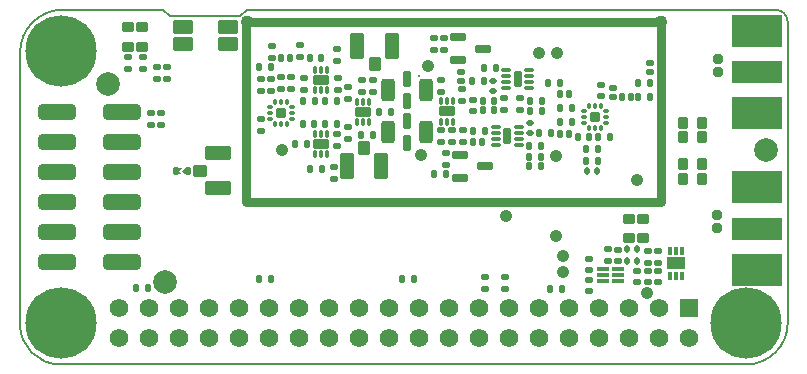
<source format=gts>
G04*
G04 #@! TF.GenerationSoftware,Altium Limited,CircuitStudio,1.5.2 (30)*
G04*
G04 Layer_Color=3394611*
%FSLAX25Y25*%
%MOIN*%
G70*
G01*
G75*
%ADD53C,0.00500*%
%ADD102C,0.03000*%
G04:AMPARAMS|DCode=103|XSize=26.38mil|YSize=22.44mil|CornerRadius=6.3mil|HoleSize=0mil|Usage=FLASHONLY|Rotation=180.000|XOffset=0mil|YOffset=0mil|HoleType=Round|Shape=RoundedRectangle|*
%AMROUNDEDRECTD103*
21,1,0.02638,0.00984,0,0,180.0*
21,1,0.01378,0.02244,0,0,180.0*
1,1,0.01260,-0.00689,0.00492*
1,1,0.01260,0.00689,0.00492*
1,1,0.01260,0.00689,-0.00492*
1,1,0.01260,-0.00689,-0.00492*
%
%ADD103ROUNDEDRECTD103*%
G04:AMPARAMS|DCode=104|XSize=26.38mil|YSize=22.44mil|CornerRadius=6.3mil|HoleSize=0mil|Usage=FLASHONLY|Rotation=270.000|XOffset=0mil|YOffset=0mil|HoleType=Round|Shape=RoundedRectangle|*
%AMROUNDEDRECTD104*
21,1,0.02638,0.00984,0,0,270.0*
21,1,0.01378,0.02244,0,0,270.0*
1,1,0.01260,-0.00492,-0.00689*
1,1,0.01260,-0.00492,0.00689*
1,1,0.01260,0.00492,0.00689*
1,1,0.01260,0.00492,-0.00689*
%
%ADD104ROUNDEDRECTD104*%
G04:AMPARAMS|DCode=105|XSize=52.02mil|YSize=27.02mil|CornerRadius=5.1mil|HoleSize=0mil|Usage=FLASHONLY|Rotation=90.000|XOffset=0mil|YOffset=0mil|HoleType=Round|Shape=RoundedRectangle|*
%AMROUNDEDRECTD105*
21,1,0.05202,0.01681,0,0,90.0*
21,1,0.04181,0.02702,0,0,90.0*
1,1,0.01021,0.00841,0.02091*
1,1,0.01021,0.00841,-0.02091*
1,1,0.01021,-0.00841,-0.02091*
1,1,0.01021,-0.00841,0.02091*
%
%ADD105ROUNDEDRECTD105*%
G04:AMPARAMS|DCode=106|XSize=73.87mil|YSize=43.95mil|CornerRadius=7.64mil|HoleSize=0mil|Usage=FLASHONLY|Rotation=90.000|XOffset=0mil|YOffset=0mil|HoleType=Round|Shape=RoundedRectangle|*
%AMROUNDEDRECTD106*
21,1,0.07387,0.02866,0,0,90.0*
21,1,0.05858,0.04395,0,0,90.0*
1,1,0.01528,0.01433,0.02929*
1,1,0.01528,0.01433,-0.02929*
1,1,0.01528,-0.01433,-0.02929*
1,1,0.01528,-0.01433,0.02929*
%
%ADD106ROUNDEDRECTD106*%
%ADD107C,0.04137*%
G04:AMPARAMS|DCode=108|XSize=67.96mil|YSize=44.34mil|CornerRadius=5.63mil|HoleSize=0mil|Usage=FLASHONLY|Rotation=180.000|XOffset=0mil|YOffset=0mil|HoleType=Round|Shape=RoundedRectangle|*
%AMROUNDEDRECTD108*
21,1,0.06796,0.03307,0,0,180.0*
21,1,0.05669,0.04434,0,0,180.0*
1,1,0.01127,-0.02835,0.01654*
1,1,0.01127,0.02835,0.01654*
1,1,0.01127,0.02835,-0.01654*
1,1,0.01127,-0.02835,-0.01654*
%
%ADD108ROUNDEDRECTD108*%
G04:AMPARAMS|DCode=109|XSize=34.89mil|YSize=39.61mil|CornerRadius=6.28mil|HoleSize=0mil|Usage=FLASHONLY|Rotation=270.000|XOffset=0mil|YOffset=0mil|HoleType=Round|Shape=RoundedRectangle|*
%AMROUNDEDRECTD109*
21,1,0.03489,0.02705,0,0,270.0*
21,1,0.02232,0.03961,0,0,270.0*
1,1,0.01257,-0.01352,-0.01116*
1,1,0.01257,-0.01352,0.01116*
1,1,0.01257,0.01352,0.01116*
1,1,0.01257,0.01352,-0.01116*
%
%ADD109ROUNDEDRECTD109*%
G04:AMPARAMS|DCode=110|XSize=34.89mil|YSize=39.61mil|CornerRadius=6.28mil|HoleSize=0mil|Usage=FLASHONLY|Rotation=180.000|XOffset=0mil|YOffset=0mil|HoleType=Round|Shape=RoundedRectangle|*
%AMROUNDEDRECTD110*
21,1,0.03489,0.02705,0,0,180.0*
21,1,0.02232,0.03961,0,0,180.0*
1,1,0.01257,-0.01116,0.01352*
1,1,0.01257,0.01116,0.01352*
1,1,0.01257,0.01116,-0.01352*
1,1,0.01257,-0.01116,-0.01352*
%
%ADD110ROUNDEDRECTD110*%
G04:AMPARAMS|DCode=111|XSize=30.56mil|YSize=30.56mil|CornerRadius=4.26mil|HoleSize=0mil|Usage=FLASHONLY|Rotation=270.000|XOffset=0mil|YOffset=0mil|HoleType=Round|Shape=RoundedRectangle|*
%AMROUNDEDRECTD111*
21,1,0.03056,0.02205,0,0,270.0*
21,1,0.02205,0.03056,0,0,270.0*
1,1,0.00851,-0.01102,-0.01102*
1,1,0.00851,-0.01102,0.01102*
1,1,0.00851,0.01102,0.01102*
1,1,0.00851,0.01102,-0.01102*
%
%ADD111ROUNDEDRECTD111*%
G04:AMPARAMS|DCode=112|XSize=16.93mil|YSize=25.76mil|CornerRadius=2.09mil|HoleSize=0mil|Usage=FLASHONLY|Rotation=180.000|XOffset=0mil|YOffset=0mil|HoleType=Round|Shape=RoundedRectangle|*
%AMROUNDEDRECTD112*
21,1,0.01693,0.02158,0,0,180.0*
21,1,0.01276,0.02576,0,0,180.0*
1,1,0.00417,-0.00638,0.01079*
1,1,0.00417,0.00638,0.01079*
1,1,0.00417,0.00638,-0.01079*
1,1,0.00417,-0.00638,-0.01079*
%
%ADD112ROUNDEDRECTD112*%
G04:AMPARAMS|DCode=113|XSize=16.93mil|YSize=25.76mil|CornerRadius=2.09mil|HoleSize=0mil|Usage=FLASHONLY|Rotation=90.000|XOffset=0mil|YOffset=0mil|HoleType=Round|Shape=RoundedRectangle|*
%AMROUNDEDRECTD113*
21,1,0.01693,0.02158,0,0,90.0*
21,1,0.01276,0.02576,0,0,90.0*
1,1,0.00417,0.01079,0.00638*
1,1,0.00417,0.01079,-0.00638*
1,1,0.00417,-0.01079,-0.00638*
1,1,0.00417,-0.01079,0.00638*
%
%ADD113ROUNDEDRECTD113*%
G04:AMPARAMS|DCode=114|XSize=26.38mil|YSize=20.47mil|CornerRadius=5.81mil|HoleSize=0mil|Usage=FLASHONLY|Rotation=90.000|XOffset=0mil|YOffset=0mil|HoleType=Round|Shape=RoundedRectangle|*
%AMROUNDEDRECTD114*
21,1,0.02638,0.00886,0,0,90.0*
21,1,0.01476,0.02047,0,0,90.0*
1,1,0.01161,0.00443,0.00738*
1,1,0.01161,0.00443,-0.00738*
1,1,0.01161,-0.00443,-0.00738*
1,1,0.01161,-0.00443,0.00738*
%
%ADD114ROUNDEDRECTD114*%
G04:AMPARAMS|DCode=115|XSize=26.38mil|YSize=20.47mil|CornerRadius=5.81mil|HoleSize=0mil|Usage=FLASHONLY|Rotation=0.000|XOffset=0mil|YOffset=0mil|HoleType=Round|Shape=RoundedRectangle|*
%AMROUNDEDRECTD115*
21,1,0.02638,0.00886,0,0,0.0*
21,1,0.01476,0.02047,0,0,0.0*
1,1,0.01161,0.00738,-0.00443*
1,1,0.01161,-0.00738,-0.00443*
1,1,0.01161,-0.00738,0.00443*
1,1,0.01161,0.00738,0.00443*
%
%ADD115ROUNDEDRECTD115*%
G04:AMPARAMS|DCode=116|XSize=50.24mil|YSize=26.61mil|CornerRadius=5.04mil|HoleSize=0mil|Usage=FLASHONLY|Rotation=90.000|XOffset=0mil|YOffset=0mil|HoleType=Round|Shape=RoundedRectangle|*
%AMROUNDEDRECTD116*
21,1,0.05024,0.01654,0,0,90.0*
21,1,0.04016,0.02661,0,0,90.0*
1,1,0.01008,0.00827,0.02008*
1,1,0.01008,0.00827,-0.02008*
1,1,0.01008,-0.00827,-0.02008*
1,1,0.01008,-0.00827,0.02008*
%
%ADD116ROUNDEDRECTD116*%
G04:AMPARAMS|DCode=117|XSize=12.84mil|YSize=32.52mil|CornerRadius=2.97mil|HoleSize=0mil|Usage=FLASHONLY|Rotation=90.000|XOffset=0mil|YOffset=0mil|HoleType=Round|Shape=RoundedRectangle|*
%AMROUNDEDRECTD117*
21,1,0.01284,0.02658,0,0,90.0*
21,1,0.00689,0.03252,0,0,90.0*
1,1,0.00595,0.01329,0.00345*
1,1,0.00595,0.01329,-0.00345*
1,1,0.00595,-0.01329,-0.00345*
1,1,0.00595,-0.01329,0.00345*
%
%ADD117ROUNDEDRECTD117*%
%ADD118C,0.07874*%
%ADD119R,0.16796X0.10792*%
%ADD120R,0.16796X0.07308*%
G04:AMPARAMS|DCode=121|XSize=51.43mil|YSize=26.62mil|CornerRadius=4.45mil|HoleSize=0mil|Usage=FLASHONLY|Rotation=0.000|XOffset=0mil|YOffset=0mil|HoleType=Round|Shape=RoundedRectangle|*
%AMROUNDEDRECTD121*
21,1,0.05143,0.01772,0,0,0.0*
21,1,0.04252,0.02662,0,0,0.0*
1,1,0.00891,0.02126,-0.00886*
1,1,0.00891,-0.02126,-0.00886*
1,1,0.00891,-0.02126,0.00886*
1,1,0.00891,0.02126,0.00886*
%
%ADD121ROUNDEDRECTD121*%
G04:AMPARAMS|DCode=122|XSize=24.41mil|YSize=20.47mil|CornerRadius=5.81mil|HoleSize=0mil|Usage=FLASHONLY|Rotation=90.000|XOffset=0mil|YOffset=0mil|HoleType=Round|Shape=RoundedRectangle|*
%AMROUNDEDRECTD122*
21,1,0.02441,0.00886,0,0,90.0*
21,1,0.01280,0.02047,0,0,90.0*
1,1,0.01161,0.00443,0.00640*
1,1,0.01161,0.00443,-0.00640*
1,1,0.01161,-0.00443,-0.00640*
1,1,0.01161,-0.00443,0.00640*
%
%ADD122ROUNDEDRECTD122*%
G04:AMPARAMS|DCode=123|XSize=24.41mil|YSize=20.47mil|CornerRadius=5.81mil|HoleSize=0mil|Usage=FLASHONLY|Rotation=180.000|XOffset=0mil|YOffset=0mil|HoleType=Round|Shape=RoundedRectangle|*
%AMROUNDEDRECTD123*
21,1,0.02441,0.00886,0,0,180.0*
21,1,0.01280,0.02047,0,0,180.0*
1,1,0.01161,-0.00640,0.00443*
1,1,0.01161,0.00640,0.00443*
1,1,0.01161,0.00640,-0.00443*
1,1,0.01161,-0.00640,-0.00443*
%
%ADD123ROUNDEDRECTD123*%
G04:AMPARAMS|DCode=124|XSize=127.2mil|YSize=52mil|CornerRadius=13.5mil|HoleSize=0mil|Usage=FLASHONLY|Rotation=180.000|XOffset=0mil|YOffset=0mil|HoleType=Round|Shape=RoundedRectangle|*
%AMROUNDEDRECTD124*
21,1,0.12720,0.02500,0,0,180.0*
21,1,0.10020,0.05200,0,0,180.0*
1,1,0.02700,-0.05010,0.01250*
1,1,0.02700,0.05010,0.01250*
1,1,0.02700,0.05010,-0.01250*
1,1,0.02700,-0.05010,-0.01250*
%
%ADD124ROUNDEDRECTD124*%
G04:AMPARAMS|DCode=125|XSize=24.65mil|YSize=12.84mil|CornerRadius=2.97mil|HoleSize=0mil|Usage=FLASHONLY|Rotation=90.000|XOffset=0mil|YOffset=0mil|HoleType=Round|Shape=RoundedRectangle|*
%AMROUNDEDRECTD125*
21,1,0.02465,0.00689,0,0,90.0*
21,1,0.01870,0.01284,0,0,90.0*
1,1,0.00595,0.00345,0.00935*
1,1,0.00595,0.00345,-0.00935*
1,1,0.00595,-0.00345,-0.00935*
1,1,0.00595,-0.00345,0.00935*
%
%ADD125ROUNDEDRECTD125*%
G04:AMPARAMS|DCode=126|XSize=54.17mil|YSize=34.49mil|CornerRadius=6.22mil|HoleSize=0mil|Usage=FLASHONLY|Rotation=180.000|XOffset=0mil|YOffset=0mil|HoleType=Round|Shape=RoundedRectangle|*
%AMROUNDEDRECTD126*
21,1,0.05417,0.02205,0,0,180.0*
21,1,0.04173,0.03449,0,0,180.0*
1,1,0.01244,-0.02087,0.01102*
1,1,0.01244,0.02087,0.01102*
1,1,0.01244,0.02087,-0.01102*
1,1,0.01244,-0.02087,-0.01102*
%
%ADD126ROUNDEDRECTD126*%
G04:AMPARAMS|DCode=127|XSize=42.37mil|YSize=44.34mil|CornerRadius=5.44mil|HoleSize=0mil|Usage=FLASHONLY|Rotation=270.000|XOffset=0mil|YOffset=0mil|HoleType=Round|Shape=RoundedRectangle|*
%AMROUNDEDRECTD127*
21,1,0.04237,0.03347,0,0,270.0*
21,1,0.03150,0.04434,0,0,270.0*
1,1,0.01087,-0.01673,-0.01575*
1,1,0.01087,-0.01673,0.01575*
1,1,0.01087,0.01673,0.01575*
1,1,0.01087,0.01673,-0.01575*
%
%ADD127ROUNDEDRECTD127*%
G04:AMPARAMS|DCode=128|XSize=44.34mil|YSize=89.61mil|CornerRadius=5.63mil|HoleSize=0mil|Usage=FLASHONLY|Rotation=270.000|XOffset=0mil|YOffset=0mil|HoleType=Round|Shape=RoundedRectangle|*
%AMROUNDEDRECTD128*
21,1,0.04434,0.07835,0,0,270.0*
21,1,0.03307,0.08961,0,0,270.0*
1,1,0.01127,-0.03917,-0.01654*
1,1,0.01127,-0.03917,0.01654*
1,1,0.01127,0.03917,0.01654*
1,1,0.01127,0.03917,-0.01654*
%
%ADD128ROUNDEDRECTD128*%
G04:AMPARAMS|DCode=129|XSize=42.37mil|YSize=44.34mil|CornerRadius=5.44mil|HoleSize=0mil|Usage=FLASHONLY|Rotation=180.000|XOffset=0mil|YOffset=0mil|HoleType=Round|Shape=RoundedRectangle|*
%AMROUNDEDRECTD129*
21,1,0.04237,0.03347,0,0,180.0*
21,1,0.03150,0.04434,0,0,180.0*
1,1,0.01087,-0.01575,0.01673*
1,1,0.01087,0.01575,0.01673*
1,1,0.01087,0.01575,-0.01673*
1,1,0.01087,-0.01575,-0.01673*
%
%ADD129ROUNDEDRECTD129*%
G04:AMPARAMS|DCode=130|XSize=44.34mil|YSize=89.61mil|CornerRadius=5.63mil|HoleSize=0mil|Usage=FLASHONLY|Rotation=180.000|XOffset=0mil|YOffset=0mil|HoleType=Round|Shape=RoundedRectangle|*
%AMROUNDEDRECTD130*
21,1,0.04434,0.07835,0,0,180.0*
21,1,0.03307,0.08961,0,0,180.0*
1,1,0.01127,-0.01654,0.03917*
1,1,0.01127,0.01654,0.03917*
1,1,0.01127,0.01654,-0.03917*
1,1,0.01127,-0.01654,-0.03917*
%
%ADD130ROUNDEDRECTD130*%
G04:AMPARAMS|DCode=131|XSize=20.87mil|YSize=10.63mil|CornerRadius=4.53mil|HoleSize=0mil|Usage=FLASHONLY|Rotation=180.000|XOffset=0mil|YOffset=0mil|HoleType=Round|Shape=RoundedRectangle|*
%AMROUNDEDRECTD131*
21,1,0.02087,0.00158,0,0,180.0*
21,1,0.01181,0.01063,0,0,180.0*
1,1,0.00906,-0.00591,0.00079*
1,1,0.00906,0.00591,0.00079*
1,1,0.00906,0.00591,-0.00079*
1,1,0.00906,-0.00591,-0.00079*
%
%ADD131ROUNDEDRECTD131*%
G04:AMPARAMS|DCode=132|XSize=20.87mil|YSize=10.63mil|CornerRadius=4.53mil|HoleSize=0mil|Usage=FLASHONLY|Rotation=270.000|XOffset=0mil|YOffset=0mil|HoleType=Round|Shape=RoundedRectangle|*
%AMROUNDEDRECTD132*
21,1,0.02087,0.00158,0,0,270.0*
21,1,0.01181,0.01063,0,0,270.0*
1,1,0.00906,-0.00079,-0.00591*
1,1,0.00906,-0.00079,0.00591*
1,1,0.00906,0.00079,0.00591*
1,1,0.00906,0.00079,-0.00591*
%
%ADD132ROUNDEDRECTD132*%
G04:AMPARAMS|DCode=133|XSize=34.25mil|YSize=34.25mil|CornerRadius=4.53mil|HoleSize=0mil|Usage=FLASHONLY|Rotation=270.000|XOffset=0mil|YOffset=0mil|HoleType=Round|Shape=RoundedRectangle|*
%AMROUNDEDRECTD133*
21,1,0.03425,0.02520,0,0,270.0*
21,1,0.02520,0.03425,0,0,270.0*
1,1,0.00906,-0.01260,-0.01260*
1,1,0.00906,-0.01260,0.01260*
1,1,0.00906,0.01260,0.01260*
1,1,0.00906,0.01260,-0.01260*
%
%ADD133ROUNDEDRECTD133*%
G04:AMPARAMS|DCode=134|XSize=27.59mil|YSize=13.81mil|CornerRadius=3.95mil|HoleSize=0mil|Usage=FLASHONLY|Rotation=270.000|XOffset=0mil|YOffset=0mil|HoleType=Round|Shape=RoundedRectangle|*
%AMROUNDEDRECTD134*
21,1,0.02759,0.00591,0,0,270.0*
21,1,0.01969,0.01381,0,0,270.0*
1,1,0.00791,-0.00295,-0.00984*
1,1,0.00791,-0.00295,0.00984*
1,1,0.00791,0.00295,0.00984*
1,1,0.00791,0.00295,-0.00984*
%
%ADD134ROUNDEDRECTD134*%
G04:AMPARAMS|DCode=135|XSize=63.02mil|YSize=42.16mil|CornerRadius=5.02mil|HoleSize=0mil|Usage=FLASHONLY|Rotation=0.000|XOffset=0mil|YOffset=0mil|HoleType=Round|Shape=RoundedRectangle|*
%AMROUNDEDRECTD135*
21,1,0.06302,0.03213,0,0,0.0*
21,1,0.05299,0.04216,0,0,0.0*
1,1,0.01003,0.02649,-0.01606*
1,1,0.01003,-0.02649,-0.01606*
1,1,0.01003,-0.02649,0.01606*
1,1,0.01003,0.02649,0.01606*
%
%ADD135ROUNDEDRECTD135*%
G04:AMPARAMS|DCode=136|XSize=40.01mil|YSize=13.63mil|CornerRadius=2.83mil|HoleSize=0mil|Usage=FLASHONLY|Rotation=180.000|XOffset=0mil|YOffset=0mil|HoleType=Round|Shape=RoundedRectangle|*
%AMROUNDEDRECTD136*
21,1,0.04001,0.00797,0,0,180.0*
21,1,0.03435,0.01363,0,0,180.0*
1,1,0.00566,-0.01718,0.00399*
1,1,0.00566,0.01718,0.00399*
1,1,0.00566,0.01718,-0.00399*
1,1,0.00566,-0.01718,-0.00399*
%
%ADD136ROUNDEDRECTD136*%
%ADD137C,0.23748*%
%ADD138R,0.06206X0.06206*%
%ADD139C,0.06206*%
%ADD140C,0.02662*%
%ADD141C,0.01300*%
%ADD142C,0.04300*%
G36*
X1088476Y764981D02*
X1087576Y764081D01*
Y763781D01*
X1088476Y762881D01*
Y762781D01*
X1086776D01*
Y765081D01*
X1088476D01*
Y764981D01*
D02*
G37*
G36*
X1090376Y762781D02*
X1089576D01*
X1088576Y763781D01*
Y764081D01*
X1089576Y765081D01*
X1090376D01*
Y762781D01*
D02*
G37*
D53*
X1290528Y813564D02*
G03*
X1286362Y817730I-4166J0D01*
G01*
X1048995D02*
G03*
X1034623Y803358I0J-14372D01*
G01*
X1034623Y712769D02*
G03*
X1047891Y699502I13268J0D01*
G01*
X1276749Y699502D02*
G03*
X1290528Y713281I0J13780D01*
G01*
X1107961Y815466D02*
X1110224Y817730D01*
X1048995D02*
X1082327D01*
X1084591Y815466D01*
X1290528Y767631D02*
Y813564D01*
X1110224Y817730D02*
X1286362D01*
X1290528Y713281D02*
Y718006D01*
X1034623Y796470D02*
Y803358D01*
X1084591Y815466D02*
X1107961D01*
X1290528Y718006D02*
Y767631D01*
X1034623Y712769D02*
X1034623Y796470D01*
X1047891Y699502D02*
X1276749Y699502D01*
D102*
X1109876Y753681D02*
Y813561D01*
Y753681D02*
X1248276D01*
Y813561D01*
X1109876D02*
X1248276D01*
D103*
X1178576Y773513D02*
D03*
Y777450D02*
D03*
X1148576Y794150D02*
D03*
Y790213D02*
D03*
X1185576Y783813D02*
D03*
Y787750D02*
D03*
X1118606Y805650D02*
D03*
Y801713D02*
D03*
X1127856Y805830D02*
D03*
Y801893D02*
D03*
X1140566Y790923D02*
D03*
Y794860D02*
D03*
X1195922Y788202D02*
D03*
Y784265D02*
D03*
X1201172Y788271D02*
D03*
Y784334D02*
D03*
X1228176Y792750D02*
D03*
Y788813D02*
D03*
X1182376Y773513D02*
D03*
Y777450D02*
D03*
X1182076Y787213D02*
D03*
Y791150D02*
D03*
X1143876Y788013D02*
D03*
Y791950D02*
D03*
Y778650D02*
D03*
Y774713D02*
D03*
X1139296Y761343D02*
D03*
Y765280D02*
D03*
X1129376Y791113D02*
D03*
Y795050D02*
D03*
X1140276Y804650D02*
D03*
Y800713D02*
D03*
X1083476Y794613D02*
D03*
Y798550D02*
D03*
X1224376Y723813D02*
D03*
Y727750D02*
D03*
X1233876Y737750D02*
D03*
Y733813D02*
D03*
X1240401Y730724D02*
D03*
Y726787D02*
D03*
X1224276Y734750D02*
D03*
Y730813D02*
D03*
X1140376Y776150D02*
D03*
Y772213D02*
D03*
X1114976Y794550D02*
D03*
Y790613D02*
D03*
X1124876Y791413D02*
D03*
Y795350D02*
D03*
X1121676Y791413D02*
D03*
Y795350D02*
D03*
X1115000Y781248D02*
D03*
Y777311D02*
D03*
X1078176Y783250D02*
D03*
Y779313D02*
D03*
X1247201Y726787D02*
D03*
Y730724D02*
D03*
X1243801Y733387D02*
D03*
Y737324D02*
D03*
Y726787D02*
D03*
Y730724D02*
D03*
X1247201Y737324D02*
D03*
Y733387D02*
D03*
X1118376Y794550D02*
D03*
Y790613D02*
D03*
X1081576Y783250D02*
D03*
Y779313D02*
D03*
X1174876Y773513D02*
D03*
Y777450D02*
D03*
Y794150D02*
D03*
Y790213D02*
D03*
X1152176Y794150D02*
D03*
Y790213D02*
D03*
D104*
X1152244Y775781D02*
D03*
X1148307D02*
D03*
X1135292Y764580D02*
D03*
X1131355D02*
D03*
X1118154Y798691D02*
D03*
X1114217D02*
D03*
X1135079Y801721D02*
D03*
X1131142D02*
D03*
X1188807Y784181D02*
D03*
X1192744D02*
D03*
X1189229Y798439D02*
D03*
X1193166D02*
D03*
X1240707Y793181D02*
D03*
X1244644D02*
D03*
X1218644Y784981D02*
D03*
X1214707D02*
D03*
X1214508Y793354D02*
D03*
X1210571D02*
D03*
X1214707Y780181D02*
D03*
X1218644D02*
D03*
X1204583Y783872D02*
D03*
X1208521D02*
D03*
X1189544Y777181D02*
D03*
X1185607D02*
D03*
X1208344Y772281D02*
D03*
X1204407D02*
D03*
X1185307Y793781D02*
D03*
X1189244D02*
D03*
X1208544Y787181D02*
D03*
X1204607D02*
D03*
X1188807Y787381D02*
D03*
X1192744D02*
D03*
X1207717Y776524D02*
D03*
X1211654D02*
D03*
X1128907Y787281D02*
D03*
X1132844D02*
D03*
X1126237Y772848D02*
D03*
X1130174D02*
D03*
X1223207Y767281D02*
D03*
X1227144D02*
D03*
X1224444Y775181D02*
D03*
X1220507D02*
D03*
X1227205D02*
D03*
X1231142D02*
D03*
X1240707Y788681D02*
D03*
X1244644D02*
D03*
X1140144Y779681D02*
D03*
X1136207D02*
D03*
X1140244Y787281D02*
D03*
X1136307D02*
D03*
X1128807Y779681D02*
D03*
X1132744D02*
D03*
X1165844Y727781D02*
D03*
X1161907D02*
D03*
X1223207Y771281D02*
D03*
X1227144D02*
D03*
X1158344Y783581D02*
D03*
X1154407D02*
D03*
D105*
X1163576Y787329D02*
D03*
Y794633D02*
D03*
Y773329D02*
D03*
Y780633D02*
D03*
D106*
X1169973Y790981D02*
D03*
X1157178D02*
D03*
X1169973Y776981D02*
D03*
X1157178D02*
D03*
D107*
X1215676Y730181D02*
D03*
X1170476Y798881D02*
D03*
X1213676Y803381D02*
D03*
X1207676D02*
D03*
X1168176Y769281D02*
D03*
X1121976Y770781D02*
D03*
X1213376Y769081D02*
D03*
X1240276Y761081D02*
D03*
X1196476Y748781D02*
D03*
X1215676Y735581D02*
D03*
X1243776Y723181D02*
D03*
X1213377Y742264D02*
D03*
D108*
X1103954Y806327D02*
D03*
Y812035D02*
D03*
X1088797Y806327D02*
D03*
Y812035D02*
D03*
D109*
X1242376Y748070D02*
D03*
Y741692D02*
D03*
X1237476Y748070D02*
D03*
Y741692D02*
D03*
X1070636Y811800D02*
D03*
Y805422D02*
D03*
X1075456Y811820D02*
D03*
Y805442D02*
D03*
D110*
X1262065Y766181D02*
D03*
X1255687D02*
D03*
X1262065Y761381D02*
D03*
X1255687D02*
D03*
X1262065Y775181D02*
D03*
X1255687D02*
D03*
X1262065Y779881D02*
D03*
X1255687D02*
D03*
D111*
X1266887Y749127D02*
D03*
Y744797D02*
D03*
X1267433Y801128D02*
D03*
Y796797D02*
D03*
D112*
X1121716Y801681D02*
D03*
X1124716D02*
D03*
X1217583Y789713D02*
D03*
X1214583D02*
D03*
X1188776Y773581D02*
D03*
X1185776D02*
D03*
X1217576Y776181D02*
D03*
X1214576D02*
D03*
X1235276Y788681D02*
D03*
X1238276D02*
D03*
D113*
X1232276Y791681D02*
D03*
Y788681D02*
D03*
X1244576Y799781D02*
D03*
Y796781D02*
D03*
X1181776D02*
D03*
Y793781D02*
D03*
D114*
X1176676Y762981D02*
D03*
X1172676D02*
D03*
X1215276Y724481D02*
D03*
X1211276D02*
D03*
X1208276Y765581D02*
D03*
X1204276D02*
D03*
X1204366Y768759D02*
D03*
X1208366D02*
D03*
X1086476Y763931D02*
D03*
X1090476D02*
D03*
X1073176Y724881D02*
D03*
X1077176D02*
D03*
X1114176Y727781D02*
D03*
X1118176D02*
D03*
D115*
X1175976Y804381D02*
D03*
Y808381D02*
D03*
X1176676Y765781D02*
D03*
Y769781D02*
D03*
X1070676Y802081D02*
D03*
Y798081D02*
D03*
X1075476Y802081D02*
D03*
Y798081D02*
D03*
X1080176Y798681D02*
D03*
Y794681D02*
D03*
X1172776Y804381D02*
D03*
Y808381D02*
D03*
X1196376Y728481D02*
D03*
Y724481D02*
D03*
X1189776Y728481D02*
D03*
Y724481D02*
D03*
X1230676Y737781D02*
D03*
Y733781D02*
D03*
D116*
X1197028Y775638D02*
D03*
X1200532Y794535D02*
D03*
D117*
X1200906Y772685D02*
D03*
Y774654D02*
D03*
Y776622D02*
D03*
Y778591D02*
D03*
X1193150Y772685D02*
D03*
Y774654D02*
D03*
Y776622D02*
D03*
Y778591D02*
D03*
X1196654Y797488D02*
D03*
Y795520D02*
D03*
Y793551D02*
D03*
Y791583D02*
D03*
X1204410Y797488D02*
D03*
Y795520D02*
D03*
Y793551D02*
D03*
Y791583D02*
D03*
D118*
X1063876Y793081D02*
D03*
X1082976Y726781D02*
D03*
X1283127Y770886D02*
D03*
D119*
X1280174Y783114D02*
D03*
Y810614D02*
D03*
Y730948D02*
D03*
Y758448D02*
D03*
D120*
Y796864D02*
D03*
Y744698D02*
D03*
D121*
X1180725Y808478D02*
D03*
X1189072Y804738D02*
D03*
X1180725Y800998D02*
D03*
X1181402Y769221D02*
D03*
X1189749Y765481D02*
D03*
X1181402Y761741D02*
D03*
D122*
X1226849Y763781D02*
D03*
X1223503D02*
D03*
X1237102Y737781D02*
D03*
X1240448D02*
D03*
X1237102Y733781D02*
D03*
X1240448D02*
D03*
D123*
X1192375Y793855D02*
D03*
Y790508D02*
D03*
X1204567Y776622D02*
D03*
Y779968D02*
D03*
D124*
X1046985Y783478D02*
D03*
Y773478D02*
D03*
Y763478D02*
D03*
Y753478D02*
D03*
Y743478D02*
D03*
Y733478D02*
D03*
X1068481Y783478D02*
D03*
Y773478D02*
D03*
Y763478D02*
D03*
Y753478D02*
D03*
Y743478D02*
D03*
Y733478D02*
D03*
D125*
X1174907Y780435D02*
D03*
X1176876D02*
D03*
X1178844D02*
D03*
Y787127D02*
D03*
X1176876D02*
D03*
X1174907D02*
D03*
X1147027Y780325D02*
D03*
X1148996D02*
D03*
X1150964D02*
D03*
Y787018D02*
D03*
X1148996D02*
D03*
X1147027D02*
D03*
X1137047Y776327D02*
D03*
X1135079D02*
D03*
X1133110D02*
D03*
Y769634D02*
D03*
X1135079D02*
D03*
X1137047D02*
D03*
X1133110Y790894D02*
D03*
X1135079D02*
D03*
X1137047D02*
D03*
Y797587D02*
D03*
X1135079D02*
D03*
X1133110D02*
D03*
D126*
X1176876Y783781D02*
D03*
X1148996Y783671D02*
D03*
X1135079Y772980D02*
D03*
Y794240D02*
D03*
D127*
X1094472Y763981D02*
D03*
D128*
X1100476Y769788D02*
D03*
Y758174D02*
D03*
D129*
X1149276Y771585D02*
D03*
X1152846Y799577D02*
D03*
D130*
X1155083Y765581D02*
D03*
X1143468D02*
D03*
X1147038Y805581D02*
D03*
X1158653D02*
D03*
D131*
X1125354Y781248D02*
D03*
Y783217D02*
D03*
Y785185D02*
D03*
X1118032D02*
D03*
Y783217D02*
D03*
Y781248D02*
D03*
X1222756Y784004D02*
D03*
Y782035D02*
D03*
Y780067D02*
D03*
X1230079D02*
D03*
Y782035D02*
D03*
Y784004D02*
D03*
D132*
X1123662Y786878D02*
D03*
X1121693D02*
D03*
X1119724D02*
D03*
Y779555D02*
D03*
X1121693D02*
D03*
X1123662D02*
D03*
X1224449Y778374D02*
D03*
X1226417D02*
D03*
X1228386D02*
D03*
Y785697D02*
D03*
X1226417D02*
D03*
X1224449D02*
D03*
D133*
X1121693Y783217D02*
D03*
X1226417Y782035D02*
D03*
D134*
X1255270Y737290D02*
D03*
X1253301D02*
D03*
X1251332D02*
D03*
Y729022D02*
D03*
X1253301D02*
D03*
X1255270D02*
D03*
D135*
X1253301Y733156D02*
D03*
D136*
X1233856Y727413D02*
D03*
Y729381D02*
D03*
Y731350D02*
D03*
X1228895D02*
D03*
Y729381D02*
D03*
Y727413D02*
D03*
D137*
X1276749Y713281D02*
D03*
X1048402Y803832D02*
D03*
Y713281D02*
D03*
D138*
X1257576Y718281D02*
D03*
D139*
Y708281D02*
D03*
X1247576Y718281D02*
D03*
Y708281D02*
D03*
X1237576Y718281D02*
D03*
Y708281D02*
D03*
X1227576Y718281D02*
D03*
Y708281D02*
D03*
X1217576Y718281D02*
D03*
Y708281D02*
D03*
X1207576Y718281D02*
D03*
Y708281D02*
D03*
X1197576Y718281D02*
D03*
Y708281D02*
D03*
X1187576Y718281D02*
D03*
Y708281D02*
D03*
X1177576Y718281D02*
D03*
Y708281D02*
D03*
X1167576Y718281D02*
D03*
Y708281D02*
D03*
X1157576Y718281D02*
D03*
Y708281D02*
D03*
X1147576Y718281D02*
D03*
Y708281D02*
D03*
X1137576Y718281D02*
D03*
Y708281D02*
D03*
X1127576Y718281D02*
D03*
Y708281D02*
D03*
X1117576Y718281D02*
D03*
Y708281D02*
D03*
X1107576Y718281D02*
D03*
Y708281D02*
D03*
X1067576D02*
D03*
Y718281D02*
D03*
X1077576Y708281D02*
D03*
Y718281D02*
D03*
X1087576Y708281D02*
D03*
Y718281D02*
D03*
X1097576Y708281D02*
D03*
Y718281D02*
D03*
D140*
X1088403Y812331D02*
D03*
X1104348D02*
D03*
D141*
X1167576Y795681D02*
D03*
D142*
X1248276Y813561D02*
D03*
X1110176D02*
D03*
M02*

</source>
